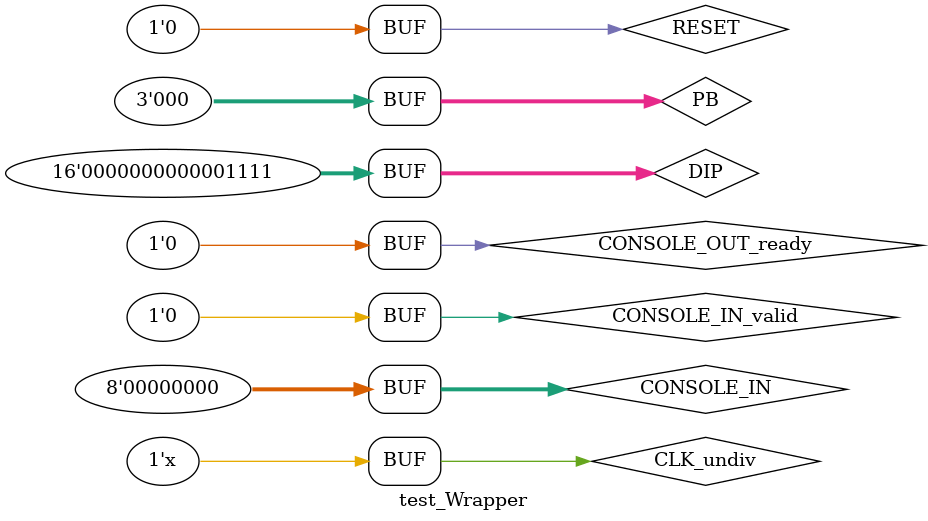
<source format=v>
`timescale 1ns / 1ps
/*
----------------------------------------------------------------------------------
--	(c) Thao Nguyen and Rajesh Panicker
--	License terms :
--	You are free to use this code as long as you
--		(i) DO NOT post it on any public repository;
--		(ii) use it only for educational purposes;
--		(iii) accept the responsibility to ensure that your implementation does not violate any intellectual property of ARM Holdings or other entities.
--		(iv) accept that the program is provided "as is" without warranty of any kind or assurance regarding its suitability for any particular purpose;
--		(v) send an email to rajesh.panicker@ieee.org briefly mentioning its use (except when used for the course CG3207 at the National University of Singapore);
--		(vi) retain this notice in this file or any files derived from this.
----------------------------------------------------------------------------------
*/
module test_Wrapper #(
	   parameter N_LEDs_OUT	= 8,					
	   parameter N_DIPs		= 16,
	   parameter N_PBs		= 3 
	)
	(
	);
	
	// Signals for the Unit Under Test (UUT)
	reg  [N_DIPs-1:0] DIP = 0;		
	reg  [N_PBs-1:0] PB = 0;			
	wire [N_LEDs_OUT-1:0] LED_OUT;
	wire [6:0] LED_PC;			
	wire [31:0] SEVENSEGHEX;	
	wire [7:0] CONSOLE_OUT;
	reg  CONSOLE_OUT_ready = 0;
	wire CONSOLE_OUT_valid;
	reg  [7:0] CONSOLE_IN = 0;
	reg  CONSOLE_IN_valid = 0;
	wire CONSOLE_IN_ack;
	reg  RESET = 0;					
	reg  CLK_undiv = 0;				
	
	// Instantiate UUT
	Wrapper dut(DIP, PB, LED_OUT, LED_PC, SEVENSEGHEX, CONSOLE_OUT, CONSOLE_OUT_ready, CONSOLE_OUT_valid, CONSOLE_IN, CONSOLE_IN_valid, CONSOLE_IN_ack, RESET, CLK_undiv) ;
	
	// STIMULI
    initial
    begin
		RESET = 1; #10; RESET = 0; //hold reset state for 10 ns.
//		CONSOLE_OUT_ready = 1'h1; // ok to keep it high continously in the testbench. In reality, it will be high only if UART is ready to send a data to PC
//        CONSOLE_IN = 8'h50;// 'P'. Will be read and ignored by the processor
//        CONSOLE_IN_valid = 1'h1;
//        wait(CONSOLE_IN_ack);
//        wait(~CONSOLE_IN_ack);
//        CONSOLE_IN_valid = 1'h0;
//        #105;
//        CONSOLE_IN = 8'h41;// 'A'
//        CONSOLE_IN_valid = 1'h1;
//        wait(CONSOLE_IN_ack);
//        wait(~CONSOLE_IN_ack);
//		CONSOLE_IN_valid = 1'h0;
//        #105;
//        CONSOLE_IN = 8'h0D;// '\r'
//        CONSOLE_IN_valid = 1'h1;
//        wait(CONSOLE_IN_ack); // should print "Welcome to CG3207" following this.
//        wait(~CONSOLE_IN_ack);
//        CONSOLE_IN_valid = 1'h0;
		//insert rest of the stimuli here
		
		#5000000; //wait for 5 ms
		DIP = 16'b0000000000001111; 
		#2000000000; //wait for 19s
		#2000000000; //wait for 19s
		#2000000000; //wait for 19s
		#2000000000; //wait for 19s
		#2000000000; //wait for 19s
		#2000000000; //wait for 19s
		#2000000000; //wait for 19s
		#2000000000; //wait for 19s
		#2000000000; //wait for 19s
		#1000000000; //wait for 19s
		PB = 3'b100; //A press
		#500000000; //wait for 20s
		PB = 3'b000; // B press
		#500000000; //wait for 20s
		PB = 3'b001;
		#500000000; //wait for 20s
		PB = 3'b000;
    end
	
	// GENERATE CLOCK       
    always          
    begin
       //#5 CLK_undiv = ~CLK_undiv ; // invert clk every 5 time units 
       #1310720 CLK_undiv = ~CLK_undiv ;
    end
    
endmodule

</source>
